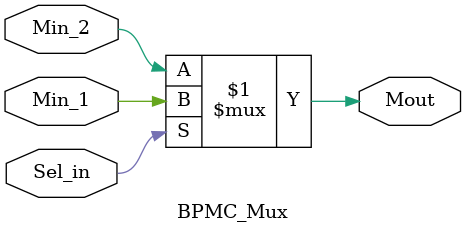
<source format=v>
`timescale	1ns/1ps

module	BPMC_Mux(Mout, Min_1, Min_2, Sel_in)	;

output	Mout	;
wire	Mout	;

input	Min_1, Min_2	;
wire	Min_1, Min_2	; 

input	Sel_in	;
wire	Sel_in	;

assign	Mout = ( Sel_in ) ? Min_1 : Min_2	;

endmodule

</source>
